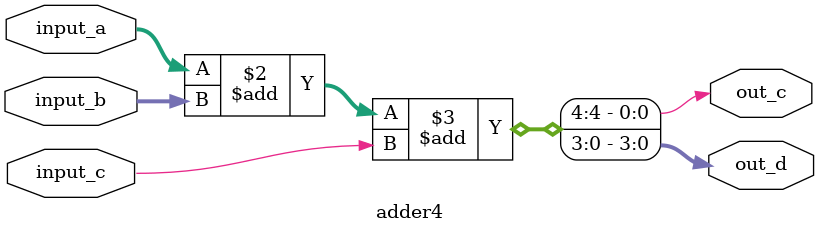
<source format=v>
module adder4(
    input [3:0] input_a,//被加数
    input [3:0] input_b,//加数
    input input_c,//来自低位的进位信号
    output reg[3:0] out_d,//相加结果
    output reg out_c//进位信号
);

always @(input_a,input_b,input_c) begin
    {out_c,out_d} <= input_a+input_b+input_c;
end


endmodule
</source>
